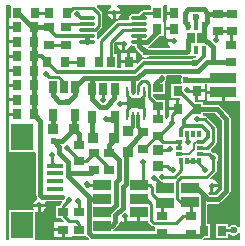
<source format=gbl>
G04*
G04 #@! TF.GenerationSoftware,Altium Limited,Altium Designer,18.0.11 (651)*
G04*
G04 Layer_Physical_Order=2*
G04 Layer_Color=16711680*
%FSAX44Y44*%
%MOMM*%
G71*
G01*
G75*
%ADD10C,0.3000*%
%ADD16R,1.5000X0.9500*%
%ADD18C,0.2540*%
%ADD19C,0.4000*%
%ADD20C,0.3500*%
%ADD21C,0.2500*%
%ADD22C,0.5000*%
%ADD23C,0.6000*%
%ADD24R,0.3500X0.6500*%
%ADD25R,0.7200X0.8600*%
%ADD26R,1.4000X0.4000*%
%ADD27R,1.9000X2.3000*%
%ADD28O,1.4000X0.3500*%
%ADD29R,0.6500X1.1000*%
%ADD30R,0.7000X0.9000*%
%ADD31R,0.8000X0.9000*%
%ADD32R,0.9000X0.7000*%
%ADD33R,1.6000X0.8900*%
%ADD34R,0.2500X0.8000*%
%ADD35R,0.9000X0.8000*%
%ADD36R,0.9500X0.9500*%
%ADD37R,0.9200X0.8200*%
%ADD38R,0.8200X0.9200*%
%ADD39R,0.4000X0.6000*%
%ADD40R,0.6000X0.4000*%
%ADD41R,2.2000X0.8500*%
%ADD42C,0.2100*%
G36*
X00959876Y00918972D02*
X00960262Y00917702D01*
X00958785Y00916715D01*
X00957569Y00914896D01*
X00957391Y00914000D01*
X00968109D01*
X00967931Y00914896D01*
X00966715Y00916715D01*
X00965238Y00917702D01*
X00965624Y00918972D01*
X00992779Y00918972D01*
X00993750Y00918250D01*
Y00915074D01*
X00988004D01*
X00988004Y00915074D01*
X00986923Y00914859D01*
X00986007Y00914247D01*
X00983217Y00911458D01*
X00978648D01*
X00977380Y00911205D01*
X00976305Y00910487D01*
X00975587Y00909412D01*
X00975334Y00908144D01*
X00975493Y00907344D01*
X00974711Y00906074D01*
X00966250D01*
X00966250Y00906074D01*
X00965169Y00905859D01*
X00964253Y00905247D01*
X00964253Y00905247D01*
X00949623Y00890617D01*
X00948930Y00890593D01*
X00948178Y00890719D01*
X00947838Y00891320D01*
X00948209Y00891876D01*
X00948462Y00893144D01*
X00948209Y00894412D01*
X00948184Y00894450D01*
X00948537Y00896147D01*
X00951665Y00899275D01*
X00951665Y00899275D01*
X00952277Y00900191D01*
X00952492Y00901272D01*
Y00905016D01*
X00952367Y00905644D01*
X00952492Y00906272D01*
Y00911832D01*
X00952492Y00911832D01*
X00952277Y00912913D01*
X00951665Y00913829D01*
X00947792Y00917702D01*
X00948318Y00918972D01*
X00959876D01*
D02*
G37*
G36*
X01007250Y00918972D02*
Y00913500D01*
X01013750D01*
Y00911000D01*
X01007250D01*
Y00906500D01*
X01006250D01*
Y00900250D01*
X01013250D01*
Y00897750D01*
X01006250D01*
Y00891500D01*
X01007062D01*
X01007937Y00890230D01*
X01007891Y00890000D01*
X01013250D01*
Y00887500D01*
X01007891D01*
X01008069Y00886604D01*
X01009285Y00884785D01*
X01010327Y00884089D01*
X01009941Y00882819D01*
X00992272D01*
X00991601Y00883422D01*
X00991886Y00884773D01*
X00992260Y00884847D01*
X00993417Y00885621D01*
X01000797Y00893000D01*
X01004750D01*
Y00905000D01*
X01003798D01*
X01003750Y00906250D01*
X01003750D01*
Y00917702D01*
X01004721Y00918972D01*
X01007250D01*
D02*
G37*
G36*
X00965416Y00887626D02*
X00965391Y00887500D01*
X00970750D01*
Y00886250D01*
X00972000D01*
Y00880891D01*
X00972896Y00881069D01*
X00974715Y00882285D01*
X00975931Y00884104D01*
X00976004Y00884474D01*
X00977375Y00885080D01*
X00977419Y00885075D01*
X00978648Y00884830D01*
X00980329D01*
Y00884602D01*
X00980601Y00883236D01*
X00981375Y00882079D01*
X00984776Y00878678D01*
X00985011Y00877494D01*
X00986006Y00876006D01*
X00987494Y00875011D01*
X00989250Y00874662D01*
X00991006Y00875011D01*
X00992009Y00875681D01*
X01023700D01*
X01025066Y00875953D01*
X01025585Y00876300D01*
X01027480D01*
X01028750Y00876300D01*
Y00876300D01*
X01028750D01*
Y00876300D01*
X01031802D01*
X01032365Y00875030D01*
X01031896Y00874512D01*
X01031300Y00874631D01*
X01029545Y00874281D01*
X01028160Y00873356D01*
X00987793D01*
X00986524Y00873104D01*
X00985449Y00872386D01*
X00982673Y00869610D01*
X00981730Y00870000D01*
X00975000D01*
X00968500D01*
Y00866104D01*
X00965000D01*
Y00877250D01*
X00962824D01*
Y00886830D01*
X00964246Y00888251D01*
X00965416Y00887626D01*
D02*
G37*
G36*
X01019949Y00858411D02*
X01019511Y00857756D01*
X01019162Y00856000D01*
X01019511Y00854244D01*
X01019828Y00853770D01*
X01019149Y00852500D01*
X01011000D01*
Y00840500D01*
X01018418D01*
X01018783Y00840020D01*
X01018153Y00838750D01*
X01017750D01*
Y00831250D01*
X01016500D01*
Y00830000D01*
X01009500D01*
Y00824510D01*
X01009104Y00824431D01*
X01007285Y00823215D01*
X01007020Y00822819D01*
X01005750Y00823204D01*
Y00828000D01*
X01005750D01*
Y00828500D01*
X01005750D01*
Y00838500D01*
X00998994D01*
X00995264Y00842230D01*
X00995505Y00843500D01*
X01005750D01*
Y00853500D01*
X01005750Y00853500D01*
X01005870Y00854720D01*
X01006518Y00855689D01*
X01006828Y00857250D01*
X01006597Y00858411D01*
X01007347Y00859681D01*
X01019270D01*
X01019949Y00858411D01*
D02*
G37*
G36*
X01054181Y00821522D02*
Y00763478D01*
X01048772Y00758069D01*
X01043978D01*
X01042052Y00759995D01*
X01042862Y00760981D01*
X01043104Y00760819D01*
X01044000Y00760641D01*
Y00766000D01*
X01045250D01*
Y00767250D01*
X01050609D01*
X01050431Y00768146D01*
X01049215Y00769965D01*
X01047396Y00771181D01*
X01045250Y00771608D01*
X01044810Y00771520D01*
X01044185Y00772691D01*
X01048497Y00777003D01*
X01049109Y00777919D01*
X01049324Y00779000D01*
X01049324Y00779000D01*
Y00786826D01*
X01049384Y00786866D01*
X01050268Y00788189D01*
X01050578Y00789750D01*
X01050268Y00791311D01*
X01049384Y00792634D01*
X01048061Y00793518D01*
X01046500Y00793828D01*
X01046430Y00793814D01*
X01044997Y00795247D01*
X01044572Y00795531D01*
X01044294Y00796873D01*
X01044341Y00797097D01*
X01048497Y00801253D01*
X01049109Y00802169D01*
X01049324Y00803250D01*
X01049324Y00803250D01*
Y00815000D01*
X01049109Y00816081D01*
X01048497Y00816997D01*
X01048497Y00816997D01*
X01041247Y00824247D01*
X01040331Y00824859D01*
X01039250Y00825074D01*
X01039250Y00825074D01*
X01039197D01*
X01038000Y00825250D01*
Y00827681D01*
X01048022D01*
X01054181Y00821522D01*
D02*
G37*
G36*
X01041000Y00846500D02*
X01055000D01*
Y00845250D01*
X01056250D01*
Y00838000D01*
X01068832D01*
Y00811530D01*
Y00731280D01*
X01067562Y00730895D01*
X01066994Y00731744D01*
X01065506Y00732739D01*
X01063750Y00733088D01*
X01061994Y00732739D01*
X01060506Y00731744D01*
X01060225Y00731324D01*
X01059000D01*
Y00734000D01*
X01049000D01*
Y00722000D01*
X01059000D01*
Y00725676D01*
X01060225D01*
X01060506Y00725256D01*
X01061994Y00724261D01*
X01063750Y00723912D01*
X01065506Y00724261D01*
X01066994Y00725256D01*
X01067562Y00726105D01*
X01068832Y00725720D01*
Y00720090D01*
X01038322D01*
X01037798Y00721360D01*
X01038341Y00722000D01*
X01044000D01*
Y00734000D01*
X01041319D01*
Y00750165D01*
X01042300Y00750971D01*
X01042500Y00750931D01*
X01050250D01*
X01051616Y00751203D01*
X01052773Y00751977D01*
X01060273Y00759477D01*
X01061047Y00760634D01*
X01061319Y00762000D01*
Y00823000D01*
X01061047Y00824366D01*
X01060273Y00825523D01*
X01052023Y00833773D01*
X01050866Y00834547D01*
X01049500Y00834818D01*
X01038000D01*
Y00837250D01*
X01031332D01*
X01030967Y00837730D01*
X01031250Y00838301D01*
Y00846500D01*
X01032500D01*
Y00847750D01*
X01039500D01*
Y00852431D01*
X01041000D01*
Y00846500D01*
D02*
G37*
G36*
X00874175Y00918972D02*
X00875250Y00918500D01*
Y00907750D01*
X00873500D01*
Y00901500D01*
X00880000D01*
Y00899000D01*
X00873500D01*
Y00892750D01*
Y00889250D01*
X00880500D01*
Y00886750D01*
X00873500D01*
Y00880500D01*
Y00877000D01*
X00880500D01*
Y00874500D01*
X00873500D01*
Y00868250D01*
Y00864750D01*
X00880500D01*
Y00862250D01*
X00873500D01*
Y00856000D01*
X00873500D01*
Y00852500D01*
X00880500D01*
Y00850000D01*
X00873500D01*
Y00846500D01*
X00873500D01*
Y00840250D01*
X00880500D01*
Y00837750D01*
X00873500D01*
Y00831500D01*
X00873500D01*
Y00828000D01*
X00880500D01*
Y00825500D01*
X00873500D01*
Y00819250D01*
X00873936D01*
Y00794600D01*
X00895936D01*
X00896681Y00793639D01*
Y00758500D01*
X00896953Y00757134D01*
X00897654Y00756085D01*
X00897515Y00755172D01*
X00897383Y00754736D01*
X00897104Y00754681D01*
X00895285Y00753465D01*
X00894069Y00751646D01*
X00893891Y00750750D01*
X00904609D01*
X00904431Y00751646D01*
X00904120Y00752111D01*
X00904719Y00753231D01*
X00918220D01*
X00918380Y00753050D01*
X00918826Y00752041D01*
X00917517Y00750733D01*
X00916910Y00749823D01*
X00916746Y00749000D01*
X00913500D01*
Y00739000D01*
X00917535D01*
X00919861Y00736673D01*
X00919375Y00735500D01*
X00912000D01*
Y00730250D01*
X00919500D01*
Y00729000D01*
X00920750D01*
Y00722500D01*
X00927000D01*
Y00724000D01*
X00938750D01*
X00939649Y00723104D01*
X00941277Y00721477D01*
X00941451Y00721360D01*
X00941066Y00720090D01*
X00895936D01*
Y00743753D01*
X00896904Y00744270D01*
X00897206Y00744299D01*
X00898000Y00744141D01*
Y00748250D01*
X00893891D01*
X00894069Y00747354D01*
X00894446Y00746790D01*
X00893847Y00745670D01*
X00873936D01*
Y00720090D01*
X00870966D01*
Y00918972D01*
X00874175D01*
D02*
G37*
G36*
X00984750Y00736000D02*
X00991475D01*
X00991641Y00735169D01*
X00992253Y00734253D01*
X00994023Y00732483D01*
X00994023Y00732483D01*
X00994939Y00731871D01*
X00996020Y00731656D01*
X00996121D01*
X00997000Y00730750D01*
Y00727569D01*
X00961750D01*
Y00728930D01*
X00961866Y00728953D01*
X00963023Y00729727D01*
X00966273Y00732977D01*
X00967047Y00734134D01*
X00967319Y00735500D01*
Y00735745D01*
X00968589Y00736415D01*
X00969854Y00735569D01*
X00970750Y00735391D01*
Y00740750D01*
X00973250D01*
Y00735391D01*
X00974146Y00735569D01*
X00974791Y00736000D01*
X00982250D01*
Y00743750D01*
X00984750D01*
Y00736000D01*
D02*
G37*
%LPC*%
G36*
X00968109Y00911500D02*
X00964000D01*
Y00907391D01*
X00964896Y00907569D01*
X00966715Y00908785D01*
X00967931Y00910604D01*
X00968109Y00911500D01*
D02*
G37*
G36*
X00961500D02*
X00957391D01*
X00957569Y00910604D01*
X00958785Y00908785D01*
X00960604Y00907569D01*
X00961500Y00907391D01*
Y00911500D01*
D02*
G37*
G36*
X00969500Y00885000D02*
X00965391D01*
X00965569Y00884104D01*
X00966785Y00882285D01*
X00968604Y00881069D01*
X00969500Y00880891D01*
Y00885000D01*
D02*
G37*
G36*
X00981500Y00878750D02*
X00976250D01*
Y00872500D01*
X00981500D01*
Y00878750D01*
D02*
G37*
G36*
X00973750D02*
X00968500D01*
Y00872500D01*
X00973750D01*
Y00878750D01*
D02*
G37*
G36*
X01015250Y00838750D02*
X01009500D01*
Y00832500D01*
X01015250D01*
Y00838750D01*
D02*
G37*
G36*
X01050609Y00764750D02*
X01046500D01*
Y00760641D01*
X01047396Y00760819D01*
X01049215Y00762035D01*
X01050431Y00763854D01*
X01050609Y00764750D01*
D02*
G37*
G36*
X01039500Y00845250D02*
X01033750D01*
Y00839000D01*
X01039500D01*
Y00845250D01*
D02*
G37*
G36*
X01053750Y00844000D02*
X01041000D01*
Y00838000D01*
X01053750D01*
Y00844000D01*
D02*
G37*
G36*
X00904609Y00748250D02*
X00900500D01*
Y00744141D01*
X00901396Y00744319D01*
X00903215Y00745535D01*
X00904431Y00747354D01*
X00904609Y00748250D01*
D02*
G37*
G36*
X00918250Y00727750D02*
X00912000D01*
Y00722500D01*
X00918250D01*
Y00727750D01*
D02*
G37*
%LPD*%
D10*
X01017250Y00846500D02*
X01032500Y00831250D01*
X01016500Y00846500D02*
X01017250D01*
X01021750Y00821750D02*
X01031250Y00831250D01*
X01021750Y00816750D02*
Y00821750D01*
X01019250Y00814250D02*
X01021750Y00816750D01*
X01019250Y00809750D02*
Y00814250D01*
X01035750Y00803250D02*
X01038250D01*
X01042000Y00807000D01*
Y00812000D01*
X01037250Y00816750D02*
X01042000Y00812000D01*
X01021750Y00816750D02*
X01037250D01*
X00983250Y00815500D02*
X00987500Y00811250D01*
X00983250Y00815500D02*
Y00825550D01*
X00974750Y00812200D02*
X00978250Y00815700D01*
Y00825550D01*
D16*
X00952750Y00755250D02*
D03*
Y00766750D02*
D03*
Y00743750D02*
D03*
Y00732250D02*
D03*
X00983500Y00766750D02*
D03*
Y00755250D02*
D03*
Y00743750D02*
D03*
X01006000Y00764500D02*
D03*
X01026750D02*
D03*
Y00752000D02*
D03*
X01006000Y00751750D02*
D03*
D18*
X01024750Y00847500D02*
X01025750Y00846500D01*
X01032500D01*
X01033000Y00822250D02*
X01039250D01*
X01024711Y00803289D02*
X01024800D01*
X01024250Y00803250D02*
Y00809750D01*
Y00803250D02*
X01024461Y00803039D01*
X01024711Y00803289D01*
X01003730Y00803520D02*
X01017750D01*
X01011250Y00819250D02*
Y00826000D01*
X01000500Y00808500D02*
X01011250Y00819250D01*
X01008500Y00796000D02*
X01010000Y00797500D01*
X01017750Y00798250D02*
Y00803250D01*
X01041500Y00798250D02*
X01046500Y00803250D01*
X01035750Y00798250D02*
X01041500D01*
X01049297Y00889289D02*
Y00896297D01*
X00988230Y00842263D02*
Y00846450D01*
X00998750Y00808500D02*
X00999750D01*
X00987500Y00797250D02*
X00998750Y00808500D01*
X00979533Y00836000D02*
X00980750D01*
X00978750D02*
X00979533D01*
X00968250D02*
X00978750D01*
X00967500Y00835250D02*
X00968250Y00836000D01*
X00973250Y00830500D02*
X00978750Y00836000D01*
X00973250Y00825550D02*
Y00830500D01*
Y00842283D02*
Y00846450D01*
Y00842283D02*
X00979533Y00836000D01*
X00988250Y00825550D02*
Y00832250D01*
X00987500Y00833000D02*
X00988250Y00832250D01*
X00983750Y00833000D02*
X00987500D01*
X00980750Y00836000D02*
X00983750Y00833000D01*
X00981967Y00836000D02*
X00988230Y00842263D01*
X00980750Y00836000D02*
X00981967D01*
X00992270Y00841230D02*
X01000000Y00833500D01*
X00999750Y00822500D02*
Y00833500D01*
X00992270Y00841230D02*
Y00851980D01*
X00989750Y00854500D02*
X00992270Y00851980D01*
X00986500Y00854500D02*
X00989750D01*
X00983250Y00851250D02*
X00986500Y00854500D01*
X00983250Y00846450D02*
Y00851250D01*
X01006000Y00764500D02*
Y00765000D01*
X00983898Y00892894D02*
Y00893144D01*
X00983550Y00907796D02*
X00983898Y00908144D01*
X00983792Y00903250D02*
X00983898Y00903144D01*
X00895250Y00912500D02*
X00908000D01*
X00908250Y00912250D01*
X00922250Y00900500D02*
X00924894Y00903144D01*
X00939898D01*
X00909000Y00885500D02*
X00922250D01*
X00939898Y00898144D02*
X00946540D01*
X00923250Y00912250D02*
X00927750Y00916750D01*
X00934356Y00908144D02*
X00939898D01*
X00931250Y00911250D02*
X00934356Y00908144D01*
X00927750Y00916750D02*
X00944750D01*
X00949668Y00901272D02*
Y00905016D01*
X00949500Y00905184D02*
X00949668Y00905016D01*
X00949500Y00905184D02*
Y00906104D01*
X00949668Y00906272D01*
Y00911832D01*
X00946540Y00898144D02*
X00949668Y00901272D01*
X00944750Y00916750D02*
X00949668Y00911832D01*
X00921000Y00871250D02*
X00934500D01*
X00960000Y00871250D02*
Y00888000D01*
X00970144Y00898144D01*
X00983898D01*
X00966250Y00903250D02*
X00983792D01*
X00949500Y00871250D02*
X00951500Y00873250D01*
Y00888500D01*
X00966250Y00903250D01*
X00988004Y00912250D02*
X00998750D01*
X00983898Y00908144D02*
X00988004Y00912250D01*
X00920000Y00850000D02*
Y00853750D01*
X00915480Y00858270D02*
X00920000Y00853750D01*
X00907480Y00858270D02*
X00915480D01*
X00905250Y00860500D02*
X00907480Y00858270D01*
X00932750Y00786750D02*
X00938750D01*
X00945500Y00793500D01*
X00946000D01*
X00950980Y00788520D01*
Y00788353D02*
Y00788520D01*
Y00788353D02*
X00952603Y00786730D01*
X00952770D01*
X00958250Y00781250D01*
Y00779500D02*
Y00781250D01*
X01062000Y00885000D02*
Y00896750D01*
X01062750Y00897500D01*
X01050500D02*
X01062750D01*
X01048696Y00889289D02*
X01049297D01*
Y00896297D02*
X01050500Y00897500D01*
X00984250Y00835750D02*
X00987467D01*
X01054500Y00728500D02*
X01063750D01*
X01054000Y00728000D02*
X01054500Y00728500D01*
X00932750Y00786750D02*
Y00788000D01*
X00922750Y00798000D02*
X00932750Y00788000D01*
X01003000Y00740750D02*
Y00748750D01*
X01006000Y00751750D01*
X01027750Y00740500D02*
Y00749750D01*
X01002583Y00751750D02*
X01006000D01*
X00995000Y00759333D02*
X01002583Y00751750D01*
X00995000Y00759333D02*
Y00764500D01*
X00992750Y00766750D02*
X00995000Y00764500D01*
X00983500Y00766750D02*
X00992750D01*
X01021000Y00740500D02*
X01027750D01*
X00989250Y00755250D02*
X00994250Y00750250D01*
X00983500Y00755250D02*
X00989250D01*
X01016270Y00754730D02*
X01019000Y00752000D01*
X01016270Y00754730D02*
Y00757647D01*
X01016250Y00757667D02*
X01016270Y00757647D01*
X01016250Y00757667D02*
Y00758583D01*
X01014980Y00734480D02*
X01021000Y00740500D01*
X00994250Y00736250D02*
Y00750250D01*
Y00736250D02*
X00996020Y00734480D01*
X01014980D01*
X00910250Y00785334D02*
Y00792500D01*
Y00785334D02*
X00912368Y00783216D01*
X01039250Y00822250D02*
X01046500Y00815000D01*
X01035750Y00793250D02*
X01043000D01*
X01046500Y00789750D01*
Y00803250D02*
Y00815000D01*
X00999750Y00808500D02*
X01000500D01*
X01011250Y00826000D02*
X01016500Y00831250D01*
X01024250Y00786750D02*
X01029250D01*
X01034250D01*
X01040750Y00773250D02*
X01046500Y00779000D01*
Y00789750D01*
X01034250Y00785250D02*
X01039750Y00779750D01*
X01034250Y00785250D02*
Y00786750D01*
X01017750Y00803250D02*
Y00803520D01*
X00998750Y00808500D02*
X01003730Y00803520D01*
X01001317Y00768480D02*
X01002520D01*
X01006000Y00765000D01*
X00996000Y00772750D02*
X00997047D01*
X01001317Y00768480D01*
X00999750Y00796000D02*
X01008500D01*
X01009750Y00780500D02*
X01013011D01*
X01019250Y00779500D02*
Y00786750D01*
X00999500Y00783000D02*
X01007250D01*
X01009750Y00780500D01*
X00940000Y00766750D02*
X00952750D01*
X01018820Y00779069D02*
X01019250Y00779500D01*
X01019333Y00773250D02*
X01040750D01*
X01012299Y00779788D02*
X01013011Y00780500D01*
X01012299Y00779538D02*
Y00779788D01*
X01013964Y00773750D02*
X01018820Y00778605D01*
X01003500Y00773750D02*
X01013964D01*
X01018820Y00778605D02*
Y00779069D01*
X01016250Y00758583D02*
X01016270Y00758603D01*
Y00770187D01*
X01019333Y00773250D01*
X00977270Y00769000D02*
X00987250D01*
X00987500Y00769250D01*
Y00786250D01*
D19*
X01032500Y00831250D02*
X01049500D01*
X01031250D02*
X01032500D01*
X01049500D02*
X01057750Y00823000D01*
Y00762000D02*
Y00823000D01*
X01050250Y00754500D02*
X01057750Y00762000D01*
X01042500Y00754500D02*
X01050250D01*
X01037750Y00759250D02*
X01042500Y00754500D01*
X00945625Y00779375D02*
X00945750Y00779500D01*
X00943800Y00724000D02*
X01035000D01*
X00916000Y00837250D02*
X00923500D01*
X00895000Y00900250D02*
X00908750D01*
X00974750Y00798500D02*
X00987500Y00811250D01*
X00974750Y00794800D02*
Y00798500D01*
X00972500Y00792550D02*
X00974750Y00794800D01*
X00972500Y00769000D02*
Y00792550D01*
X00964000Y00806750D02*
Y00822250D01*
X00955750D02*
X00964000D01*
X00958250Y00801000D02*
X00964000Y00806750D01*
X00988425Y00863250D02*
X01033700D01*
X00982425Y00857250D02*
X00988425Y00863250D01*
X00978500Y00857250D02*
X00982425D01*
X00943750D02*
X00978500D01*
X00978250Y00857000D02*
X00978500Y00857250D01*
X00978250Y00846450D02*
Y00857000D01*
X00998500Y00853000D02*
X01002750Y00857250D01*
X00943750Y00857250D02*
X00944000Y00857000D01*
X00962750Y00840000D02*
Y00848000D01*
X00955500Y00832750D02*
X00962750Y00840000D01*
Y00848000D02*
X00963000Y00848250D01*
X00936750Y00857250D02*
X00943750D01*
X00944000Y00848250D02*
Y00857000D01*
X00944000Y00839250D02*
X00950500Y00832750D01*
X00955500D01*
X00944000Y00839250D02*
Y00848250D01*
X00944000Y00848250D01*
Y00809350D02*
X00946600Y00806750D01*
X00944000Y00809350D02*
Y00820500D01*
X00967000Y00771750D02*
Y00787750D01*
X00961250Y00793500D02*
X00967000Y00787750D01*
X00958250Y00793500D02*
X00961250D01*
X00964250Y00769000D02*
X00967000Y00771750D01*
X00964250Y00749550D02*
Y00769000D01*
X00972500Y00767500D02*
Y00769000D01*
X00969750Y00764750D02*
X00972500Y00767500D01*
X00969750Y00747272D02*
Y00764750D01*
X00963750Y00735500D02*
Y00741272D01*
X00960500Y00732250D02*
X00963750Y00735500D01*
X00952750Y00732250D02*
X00960500D01*
X00963750Y00741272D02*
X00969750Y00747272D01*
X00958450Y00743750D02*
X00964250Y00749550D01*
X00952750Y00743750D02*
X00958450D01*
X00939898Y00888144D02*
Y00892302D01*
X00894500Y00826750D02*
X00900250Y00821000D01*
X00894500Y00839000D02*
Y00851250D01*
X00894500Y00851250D01*
Y00863500D01*
X00894500Y00863500D02*
X00894500Y00863500D01*
X00894500Y00863500D02*
Y00875750D01*
Y00888000D01*
Y00899750D01*
X00895000Y00900250D01*
X00893450D02*
X00895000D01*
X00881200Y00912500D02*
X00893450Y00900250D01*
X00880250Y00912500D02*
X00881200D01*
X00983898Y00888144D02*
Y00892894D01*
Y00888144D02*
X00990894D01*
X00999250Y00896500D01*
Y00899000D01*
X01038500Y00893178D02*
Y00901450D01*
X01036572Y00891250D02*
X01038500Y00893178D01*
X01022500Y00904450D02*
X01025500Y00901450D01*
X01038500D02*
X01041500Y00904450D01*
X01038500Y00915500D02*
X01041500Y00912500D01*
Y00904450D02*
Y00912500D01*
X01022500Y00904450D02*
Y00912750D01*
X01025250Y00915500D01*
X01038500D01*
X01023700Y00879250D02*
X01025500Y00881050D01*
X00983898Y00884602D02*
Y00888144D01*
Y00884602D02*
X00989250Y00879250D01*
X01023700D01*
X01025500Y00881050D02*
Y00889322D01*
X01027428Y00891250D01*
X00929500Y00850000D02*
X00936750Y00857250D01*
X00910500Y00814800D02*
Y00826000D01*
Y00814800D02*
X00911300Y00814000D01*
X00928700D02*
Y00825200D01*
X00929500Y00826000D01*
X00900250Y00758500D02*
X00901950Y00756800D01*
X00900250Y00758500D02*
Y00821000D01*
X00911750Y00803750D02*
X00918450D01*
X00928700Y00814000D01*
X00958250Y00793500D02*
Y00801000D01*
X00928700Y00814000D02*
X00932750Y00809950D01*
Y00800750D02*
Y00809950D01*
X01050500Y00911500D02*
X01062750D01*
X01042500D02*
X01050500D01*
X01041500Y00912500D02*
X01042500Y00911500D01*
X01033700Y00863250D02*
X01041450Y00871000D01*
X01036572Y00891250D02*
X01038250D01*
X01041500Y00888000D01*
Y00887800D02*
Y00888000D01*
Y00887800D02*
X01041700D01*
X01042696Y00886804D01*
Y00886804D02*
Y00886804D01*
Y00886804D02*
X01046125Y00883375D01*
Y00871125D02*
Y00883375D01*
Y00871125D02*
X01046250Y00871000D01*
X01041450D02*
X01046250D01*
X01062000D01*
X00943275Y00777025D02*
X00945500Y00779250D01*
X00925760Y00777025D02*
X00943275D01*
X00945500Y00779250D02*
Y00779500D01*
X01035000Y00724000D02*
X01039000Y00728000D01*
X00923500Y00774765D02*
Y00786500D01*
X00911750Y00803750D02*
X00916250Y00799250D01*
Y00793750D02*
X00923500Y00786500D01*
X00916250Y00793750D02*
Y00799250D01*
X01037750Y00729250D02*
X01039000Y00728000D01*
X01037750Y00729250D02*
Y00759250D01*
X01032500Y00764500D02*
X01037750Y00759250D01*
X01026750Y00764500D02*
X01032500D01*
X00912368Y00756800D02*
X00918300D01*
X00901950D02*
X00912368D01*
X00943015Y00755250D02*
X00952750D01*
X00923500Y00774765D02*
X00925760Y00777025D01*
X00923500Y00774765D02*
X00943015Y00755250D01*
X00941750Y00753985D02*
X00943015Y00755250D01*
X00941750Y00726050D02*
X00943800Y00724000D01*
X00941750Y00726050D02*
Y00753985D01*
X00923500Y00837250D02*
X00929500Y00843250D01*
Y00850000D01*
X00910500Y00842750D02*
Y00850000D01*
Y00842750D02*
X00916000Y00837250D01*
X01023750Y00856000D02*
X01054000D01*
X01055000Y00857000D01*
X00998500Y00848500D02*
Y00853000D01*
X00894500Y00839000D02*
X00894500Y00839000D01*
Y00826750D02*
Y00839000D01*
X00939500Y00767250D02*
X00940000Y00766750D01*
D20*
X00987793Y00870042D02*
X01031300D01*
X00980540Y00862790D02*
X00987793Y00870042D01*
X00913644Y00893144D02*
X00939898D01*
X00908750Y00898038D02*
X00913644Y00893144D01*
X00908750Y00898038D02*
Y00900250D01*
X00901500Y00875750D02*
X00906000Y00871250D01*
X00894500Y00875750D02*
X00901500D01*
X01032000Y00901450D02*
Y00909000D01*
X01038500Y00876000D02*
Y00881050D01*
X01032042Y00869542D02*
X01038500Y00876000D01*
X01031542Y00870042D02*
X01032042Y00869542D01*
X01031300Y00870042D02*
X01031542D01*
X00906000Y00871250D02*
X00906000D01*
X00914460Y00862790D01*
X00980540D01*
D21*
X00953000Y00838750D02*
Y00847750D01*
X00953500Y00848250D01*
X00932750Y00729000D02*
Y00734000D01*
Y00744000D02*
Y00753000D01*
X00932250Y00753500D02*
X00932750Y00753000D01*
X00930750Y00736000D02*
X00932750Y00734000D01*
X00924500Y00736000D02*
X00930750D01*
X00919500Y00741000D02*
X00924500Y00736000D01*
X00919500Y00741000D02*
Y00744000D01*
Y00748750D01*
X00924500Y00753750D01*
D22*
X01024750Y00847500D02*
D03*
X01033000Y00822250D02*
D03*
X01024800Y00803289D02*
D03*
X01011250Y00819250D02*
D03*
X01010000Y00797500D02*
D03*
X00996000Y00772750D02*
D03*
X00987500Y00786250D02*
D03*
X01002750Y00857250D02*
D03*
X00967500Y00835250D02*
D03*
X00953000Y00838750D02*
D03*
X00972000Y00740750D02*
D03*
X00955750Y00822250D02*
D03*
X00899250Y00749500D02*
D03*
X00970750Y00886250D02*
D03*
X00931250Y00911250D02*
D03*
X00962750Y00912750D02*
D03*
X01013250Y00888750D02*
D03*
X00905250Y00860500D02*
D03*
X01048696Y00889289D02*
D03*
X00910250Y00792500D02*
D03*
X00939500Y00767250D02*
D03*
X00922750Y00798000D02*
D03*
X00932250Y00753500D02*
D03*
X00924500Y00753750D02*
D03*
X01046500Y00789750D02*
D03*
X01039750Y00779750D02*
D03*
X01003500Y00773750D02*
D03*
X01045250Y00766000D02*
D03*
X01012299Y00779538D02*
D03*
D23*
X00989250Y00879250D02*
D03*
X01032000Y00909000D02*
D03*
X01031300Y00870042D02*
D03*
X00911750Y00803750D02*
D03*
X01063750Y00728500D02*
D03*
X01023750Y00856000D02*
D03*
X00923490Y00837250D02*
D03*
D24*
X01038500Y00881050D02*
D03*
X01032000D02*
D03*
X01025500D02*
D03*
X01038500Y00901450D02*
D03*
X01032000D02*
D03*
X01025500D02*
D03*
D25*
X01036572Y00891250D02*
D03*
X01027428D02*
D03*
D26*
X00912368Y00783216D02*
D03*
Y00776612D02*
D03*
Y00770008D02*
D03*
Y00763404D02*
D03*
Y00756800D02*
D03*
D27*
X00884936Y00732670D02*
D03*
Y00807600D02*
D03*
D28*
X00983898Y00908144D02*
D03*
Y00903144D02*
D03*
Y00898144D02*
D03*
Y00893144D02*
D03*
Y00888144D02*
D03*
X00939898Y00908144D02*
D03*
Y00903144D02*
D03*
Y00898144D02*
D03*
Y00893144D02*
D03*
Y00888144D02*
D03*
D29*
X00944000Y00848250D02*
D03*
X00953500D02*
D03*
X00963000D02*
D03*
Y00824250D02*
D03*
X00944000D02*
D03*
X00910500Y00850000D02*
D03*
X00920000D02*
D03*
X00929500D02*
D03*
Y00826000D02*
D03*
X00910500D02*
D03*
D30*
X00880000Y00900250D02*
D03*
X00895000D02*
D03*
X00895250Y00912500D02*
D03*
X00880250D02*
D03*
X00907750Y00912250D02*
D03*
X00922750D02*
D03*
X01013750Y00912250D02*
D03*
X00998750D02*
D03*
X00960000Y00871250D02*
D03*
X00975000D02*
D03*
X00949500Y00871250D02*
D03*
X00934500D02*
D03*
X00921000D02*
D03*
X00906000D02*
D03*
X01039000Y00728000D02*
D03*
X01054000D02*
D03*
D31*
X00894500Y00875750D02*
D03*
X00880500D02*
D03*
X00894500Y00863500D02*
D03*
X00880500D02*
D03*
X00894500Y00888000D02*
D03*
X00880500D02*
D03*
X00894500Y00839000D02*
D03*
X00880500D02*
D03*
X00880500Y00851250D02*
D03*
X00894500D02*
D03*
Y00826750D02*
D03*
X00880500D02*
D03*
X00999250Y00899000D02*
D03*
X01013250D02*
D03*
X01032500Y00846500D02*
D03*
X01016500D02*
D03*
X01032500Y00831250D02*
D03*
X01016500D02*
D03*
D32*
X00921750Y00885500D02*
D03*
Y00900500D02*
D03*
X00907250Y00885500D02*
D03*
Y00900500D02*
D03*
X00999750Y00848500D02*
D03*
Y00833500D02*
D03*
X01027750Y00725500D02*
D03*
Y00740500D02*
D03*
X01003000Y00725750D02*
D03*
Y00740750D02*
D03*
X00919500Y00744000D02*
D03*
Y00729000D02*
D03*
X00932750Y00744000D02*
D03*
Y00729000D02*
D03*
D33*
X00980750Y00836000D02*
D03*
D34*
X00988250Y00825550D02*
D03*
X00983250D02*
D03*
X00978250D02*
D03*
X00973250D02*
D03*
X00988250Y00846450D02*
D03*
X00983250D02*
D03*
X00978250D02*
D03*
X00973250D02*
D03*
D35*
X01050500Y00911500D02*
D03*
Y00897500D02*
D03*
X01062750Y00911500D02*
D03*
Y00897500D02*
D03*
X01062000Y00885000D02*
D03*
Y00871000D02*
D03*
X00999750Y00822500D02*
D03*
Y00808500D02*
D03*
X00987500Y00811250D02*
D03*
Y00797250D02*
D03*
X00932750Y00786750D02*
D03*
Y00800750D02*
D03*
X00958250Y00793500D02*
D03*
Y00779500D02*
D03*
X00945500Y00779500D02*
D03*
Y00793500D02*
D03*
D36*
X00999500Y00783000D02*
D03*
X00999750Y00796000D02*
D03*
D37*
X00974750Y00812200D02*
D03*
Y00794800D02*
D03*
D38*
X00944800Y00806750D02*
D03*
X00962200D02*
D03*
X00911300Y00814000D02*
D03*
X00928700D02*
D03*
D39*
X01034250Y00786750D02*
D03*
X01029250D02*
D03*
X01024250D02*
D03*
X01019250D02*
D03*
Y00809750D02*
D03*
X01024250D02*
D03*
X01029250D02*
D03*
X01034250D02*
D03*
D40*
X01017750Y00793250D02*
D03*
Y00798250D02*
D03*
Y00803250D02*
D03*
X01035750D02*
D03*
Y00798250D02*
D03*
Y00793250D02*
D03*
D41*
X01055000Y00857000D02*
D03*
Y00845250D02*
D03*
D42*
X01029850Y00797350D02*
Y00801500D01*
X01025750Y00793250D02*
X01029850Y00797350D01*
X01017750Y00793250D02*
X01025750D01*
X01031600Y00803250D02*
X01035750D01*
X01029850Y00801500D02*
X01031600Y00803250D01*
M02*

</source>
